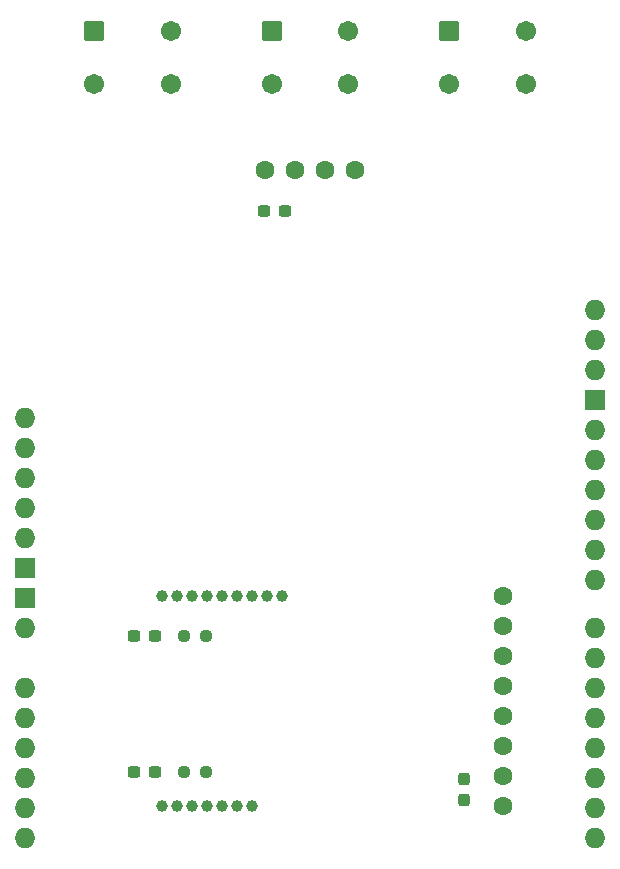
<source format=gbs>
G04 #@! TF.GenerationSoftware,KiCad,Pcbnew,8.0.6*
G04 #@! TF.CreationDate,2025-12-03T00:04:18-05:00*
G04 #@! TF.ProjectId,dead_reckoning_shield,64656164-5f72-4656-936b-6f6e696e675f,rev?*
G04 #@! TF.SameCoordinates,Original*
G04 #@! TF.FileFunction,Soldermask,Bot*
G04 #@! TF.FilePolarity,Negative*
%FSLAX46Y46*%
G04 Gerber Fmt 4.6, Leading zero omitted, Abs format (unit mm)*
G04 Created by KiCad (PCBNEW 8.0.6) date 2025-12-03 00:04:18*
%MOMM*%
%LPD*%
G01*
G04 APERTURE LIST*
G04 Aperture macros list*
%AMRoundRect*
0 Rectangle with rounded corners*
0 $1 Rounding radius*
0 $2 $3 $4 $5 $6 $7 $8 $9 X,Y pos of 4 corners*
0 Add a 4 corners polygon primitive as box body*
4,1,4,$2,$3,$4,$5,$6,$7,$8,$9,$2,$3,0*
0 Add four circle primitives for the rounded corners*
1,1,$1+$1,$2,$3*
1,1,$1+$1,$4,$5*
1,1,$1+$1,$6,$7*
1,1,$1+$1,$8,$9*
0 Add four rect primitives between the rounded corners*
20,1,$1+$1,$2,$3,$4,$5,0*
20,1,$1+$1,$4,$5,$6,$7,0*
20,1,$1+$1,$6,$7,$8,$9,0*
20,1,$1+$1,$8,$9,$2,$3,0*%
G04 Aperture macros list end*
%ADD10C,1.600000*%
%ADD11RoundRect,0.102000X-0.749000X-0.749000X0.749000X-0.749000X0.749000X0.749000X-0.749000X0.749000X0*%
%ADD12C,1.702000*%
%ADD13O,1.727200X1.727200*%
%ADD14R,1.727200X1.727200*%
%ADD15C,1.000000*%
%ADD16RoundRect,0.237500X-0.300000X-0.237500X0.300000X-0.237500X0.300000X0.237500X-0.300000X0.237500X0*%
%ADD17RoundRect,0.237500X0.300000X0.237500X-0.300000X0.237500X-0.300000X-0.237500X0.300000X-0.237500X0*%
%ADD18RoundRect,0.237500X0.237500X-0.300000X0.237500X0.300000X-0.237500X0.300000X-0.237500X-0.300000X0*%
%ADD19RoundRect,0.237500X0.250000X0.237500X-0.250000X0.237500X-0.250000X-0.237500X0.250000X-0.237500X0*%
%ADD20RoundRect,0.237500X-0.250000X-0.237500X0.250000X-0.237500X0.250000X0.237500X-0.250000X0.237500X0*%
G04 APERTURE END LIST*
D10*
X216350000Y-138890000D03*
X216350000Y-136350000D03*
X216350000Y-133810000D03*
X216350000Y-131270000D03*
X216350000Y-128730000D03*
X216350000Y-126190000D03*
X216350000Y-123650000D03*
X216350000Y-121110000D03*
D11*
X196750000Y-73250000D03*
D12*
X203250000Y-73250000D03*
X196750000Y-77750000D03*
X203250000Y-77750000D03*
D13*
X175870000Y-106043000D03*
X175870000Y-108583000D03*
X175870000Y-111123000D03*
X175870000Y-113663000D03*
X175870000Y-116203000D03*
D14*
X175870000Y-118743000D03*
X175870000Y-121283000D03*
D13*
X175870000Y-123823000D03*
X175870000Y-128903000D03*
X175870000Y-131443000D03*
X175870000Y-133983000D03*
X175870000Y-136523000D03*
X175870000Y-139063000D03*
X175870000Y-141603000D03*
X224130000Y-141603000D03*
X224130000Y-139063000D03*
X224130000Y-136523000D03*
X224130000Y-133983000D03*
X224130000Y-131443000D03*
X224130000Y-128903000D03*
X224130000Y-126363000D03*
X224130000Y-123823000D03*
X224130000Y-119759000D03*
X224130000Y-117219000D03*
X224130000Y-114679000D03*
X224130000Y-112139000D03*
X224130000Y-109599000D03*
X224130000Y-107059000D03*
D14*
X224130000Y-104519000D03*
D13*
X224130000Y-101979000D03*
X224130000Y-99439000D03*
X224130000Y-96899000D03*
D10*
X196190000Y-85000000D03*
X198730000Y-85000000D03*
X201270000Y-85000000D03*
X203810000Y-85000000D03*
D15*
X187460000Y-138890000D03*
X188730000Y-138890000D03*
X190000000Y-138890000D03*
X191270000Y-138890000D03*
X192540000Y-138890000D03*
X193810000Y-138890000D03*
X195080000Y-138890000D03*
X187460000Y-121110000D03*
X188730000Y-121110000D03*
X190000000Y-121110000D03*
X191270000Y-121110000D03*
X192540000Y-121110000D03*
X193810000Y-121110000D03*
X195080000Y-121110000D03*
X196350000Y-121110000D03*
X197620000Y-121110000D03*
D11*
X211750000Y-73250000D03*
D12*
X218250000Y-73250000D03*
X211750000Y-77750000D03*
X218250000Y-77750000D03*
D11*
X181750000Y-73250000D03*
D12*
X188250000Y-73250000D03*
X181750000Y-77750000D03*
X188250000Y-77750000D03*
D16*
X185137500Y-136000000D03*
X186862500Y-136000000D03*
D17*
X186862500Y-124500000D03*
X185137500Y-124500000D03*
D16*
X196137500Y-88500000D03*
X197862500Y-88500000D03*
D18*
X213000000Y-138362500D03*
X213000000Y-136637500D03*
D19*
X191162500Y-124500000D03*
X189337500Y-124500000D03*
D20*
X189337500Y-136000000D03*
X191162500Y-136000000D03*
M02*

</source>
